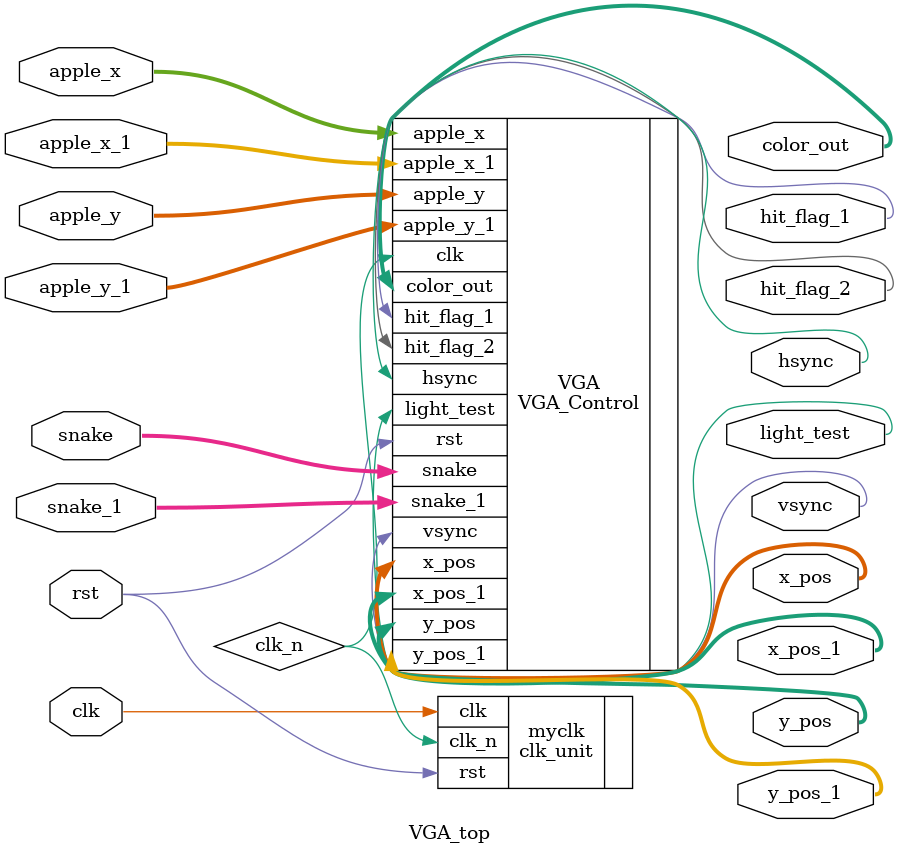
<source format=v>
`timescale 1ns / 1ps


module VGA_top(
	input clk,
    input rst,

    input [1:0]snake,
    input [5:0]apple_x,
    input [5:0]apple_y,
    output [9:0]x_pos,
    output [9:0]y_pos,    
    
    input [1:0]snake_1,
    input [5:0]apple_x_1,
    input [4:0]apple_y_1,
    output [9:0]x_pos_1,
    output [9:0]y_pos_1,  
    
    output hsync,
    output vsync,
    output [11:0] color_out,
    
    output hit_flag_1,
    output hit_flag_2,
    
    output light_test
    
    
    );
    
    wire clk_n;
    
    clk_unit myclk(
        .clk(clk),
        .rst(rst),
        .clk_n(clk_n)
    );


    VGA_Control VGA
(
		.clk(clk_n),
		.rst(rst),
		.hsync(hsync),
		.vsync(vsync),
		.snake(snake),
        .color_out(color_out),
		.x_pos(x_pos),
		.y_pos(y_pos),
		.apple_x(apple_x),
		.apple_y(apple_y),
		.x_pos_1(x_pos_1),
        .y_pos_1(y_pos_1),
        .apple_x_1(apple_x_1),
        .apple_y_1(apple_y_1),
        .snake_1(snake_1),
        .light_test(light_test),
        .hit_flag_1(hit_flag_1),
        .hit_flag_2(hit_flag_2)
	);
endmodule

</source>
